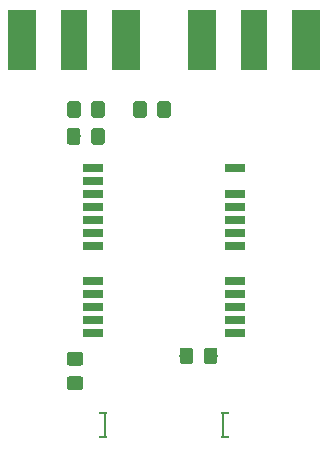
<source format=gtp>
G04 #@! TF.GenerationSoftware,KiCad,Pcbnew,(5.1.4-0-10_14)*
G04 #@! TF.CreationDate,2020-02-10T15:43:12-05:00*
G04 #@! TF.ProjectId,neo8_adapter,6e656f38-5f61-4646-9170-7465722e6b69,rev?*
G04 #@! TF.SameCoordinates,Original*
G04 #@! TF.FileFunction,Paste,Top*
G04 #@! TF.FilePolarity,Positive*
%FSLAX46Y46*%
G04 Gerber Fmt 4.6, Leading zero omitted, Abs format (unit mm)*
G04 Created by KiCad (PCBNEW (5.1.4-0-10_14)) date 2020-02-10 15:43:12*
%MOMM*%
%LPD*%
G04 APERTURE LIST*
%ADD10R,1.800000X0.800000*%
%ADD11C,0.100000*%
%ADD12C,1.150000*%
%ADD13R,2.413000X5.080000*%
%ADD14R,2.286000X5.080000*%
%ADD15R,0.650000X0.260000*%
%ADD16R,0.250000X2.300000*%
G04 APERTURE END LIST*
D10*
X166020000Y-97140000D03*
X166020000Y-99340000D03*
X166020000Y-100440000D03*
X166020000Y-101540000D03*
X166020000Y-102640000D03*
X166020000Y-103740000D03*
X166020000Y-106740000D03*
X166020000Y-107840000D03*
X166020000Y-108940000D03*
X166020000Y-110040000D03*
X166020000Y-111140000D03*
X154020000Y-111140000D03*
X154020000Y-110040000D03*
X154020000Y-108940000D03*
X154020000Y-107840000D03*
X154020000Y-106740000D03*
X154020000Y-103740000D03*
X154020000Y-102640000D03*
X154020000Y-101540000D03*
X154020000Y-100440000D03*
X154020000Y-99340000D03*
X154020000Y-98240000D03*
X154020000Y-97140000D03*
D11*
G36*
X160387505Y-91503204D02*
G01*
X160411773Y-91506804D01*
X160435572Y-91512765D01*
X160458671Y-91521030D01*
X160480850Y-91531520D01*
X160501893Y-91544132D01*
X160521599Y-91558747D01*
X160539777Y-91575223D01*
X160556253Y-91593401D01*
X160570868Y-91613107D01*
X160583480Y-91634150D01*
X160593970Y-91656329D01*
X160602235Y-91679428D01*
X160608196Y-91703227D01*
X160611796Y-91727495D01*
X160613000Y-91751999D01*
X160613000Y-92652001D01*
X160611796Y-92676505D01*
X160608196Y-92700773D01*
X160602235Y-92724572D01*
X160593970Y-92747671D01*
X160583480Y-92769850D01*
X160570868Y-92790893D01*
X160556253Y-92810599D01*
X160539777Y-92828777D01*
X160521599Y-92845253D01*
X160501893Y-92859868D01*
X160480850Y-92872480D01*
X160458671Y-92882970D01*
X160435572Y-92891235D01*
X160411773Y-92897196D01*
X160387505Y-92900796D01*
X160363001Y-92902000D01*
X159712999Y-92902000D01*
X159688495Y-92900796D01*
X159664227Y-92897196D01*
X159640428Y-92891235D01*
X159617329Y-92882970D01*
X159595150Y-92872480D01*
X159574107Y-92859868D01*
X159554401Y-92845253D01*
X159536223Y-92828777D01*
X159519747Y-92810599D01*
X159505132Y-92790893D01*
X159492520Y-92769850D01*
X159482030Y-92747671D01*
X159473765Y-92724572D01*
X159467804Y-92700773D01*
X159464204Y-92676505D01*
X159463000Y-92652001D01*
X159463000Y-91751999D01*
X159464204Y-91727495D01*
X159467804Y-91703227D01*
X159473765Y-91679428D01*
X159482030Y-91656329D01*
X159492520Y-91634150D01*
X159505132Y-91613107D01*
X159519747Y-91593401D01*
X159536223Y-91575223D01*
X159554401Y-91558747D01*
X159574107Y-91544132D01*
X159595150Y-91531520D01*
X159617329Y-91521030D01*
X159640428Y-91512765D01*
X159664227Y-91506804D01*
X159688495Y-91503204D01*
X159712999Y-91502000D01*
X160363001Y-91502000D01*
X160387505Y-91503204D01*
X160387505Y-91503204D01*
G37*
D12*
X160038000Y-92202000D03*
D11*
G36*
X158337505Y-91503204D02*
G01*
X158361773Y-91506804D01*
X158385572Y-91512765D01*
X158408671Y-91521030D01*
X158430850Y-91531520D01*
X158451893Y-91544132D01*
X158471599Y-91558747D01*
X158489777Y-91575223D01*
X158506253Y-91593401D01*
X158520868Y-91613107D01*
X158533480Y-91634150D01*
X158543970Y-91656329D01*
X158552235Y-91679428D01*
X158558196Y-91703227D01*
X158561796Y-91727495D01*
X158563000Y-91751999D01*
X158563000Y-92652001D01*
X158561796Y-92676505D01*
X158558196Y-92700773D01*
X158552235Y-92724572D01*
X158543970Y-92747671D01*
X158533480Y-92769850D01*
X158520868Y-92790893D01*
X158506253Y-92810599D01*
X158489777Y-92828777D01*
X158471599Y-92845253D01*
X158451893Y-92859868D01*
X158430850Y-92872480D01*
X158408671Y-92882970D01*
X158385572Y-92891235D01*
X158361773Y-92897196D01*
X158337505Y-92900796D01*
X158313001Y-92902000D01*
X157662999Y-92902000D01*
X157638495Y-92900796D01*
X157614227Y-92897196D01*
X157590428Y-92891235D01*
X157567329Y-92882970D01*
X157545150Y-92872480D01*
X157524107Y-92859868D01*
X157504401Y-92845253D01*
X157486223Y-92828777D01*
X157469747Y-92810599D01*
X157455132Y-92790893D01*
X157442520Y-92769850D01*
X157432030Y-92747671D01*
X157423765Y-92724572D01*
X157417804Y-92700773D01*
X157414204Y-92676505D01*
X157413000Y-92652001D01*
X157413000Y-91751999D01*
X157414204Y-91727495D01*
X157417804Y-91703227D01*
X157423765Y-91679428D01*
X157432030Y-91656329D01*
X157442520Y-91634150D01*
X157455132Y-91613107D01*
X157469747Y-91593401D01*
X157486223Y-91575223D01*
X157504401Y-91558747D01*
X157524107Y-91544132D01*
X157545150Y-91531520D01*
X157567329Y-91521030D01*
X157590428Y-91512765D01*
X157614227Y-91506804D01*
X157638495Y-91503204D01*
X157662999Y-91502000D01*
X158313001Y-91502000D01*
X158337505Y-91503204D01*
X158337505Y-91503204D01*
G37*
D12*
X157988000Y-92202000D03*
D11*
G36*
X162281905Y-112369304D02*
G01*
X162306173Y-112372904D01*
X162329972Y-112378865D01*
X162353071Y-112387130D01*
X162375250Y-112397620D01*
X162396293Y-112410232D01*
X162415999Y-112424847D01*
X162434177Y-112441323D01*
X162450653Y-112459501D01*
X162465268Y-112479207D01*
X162477880Y-112500250D01*
X162488370Y-112522429D01*
X162496635Y-112545528D01*
X162502596Y-112569327D01*
X162506196Y-112593595D01*
X162507400Y-112618099D01*
X162507400Y-113518101D01*
X162506196Y-113542605D01*
X162502596Y-113566873D01*
X162496635Y-113590672D01*
X162488370Y-113613771D01*
X162477880Y-113635950D01*
X162465268Y-113656993D01*
X162450653Y-113676699D01*
X162434177Y-113694877D01*
X162415999Y-113711353D01*
X162396293Y-113725968D01*
X162375250Y-113738580D01*
X162353071Y-113749070D01*
X162329972Y-113757335D01*
X162306173Y-113763296D01*
X162281905Y-113766896D01*
X162257401Y-113768100D01*
X161607399Y-113768100D01*
X161582895Y-113766896D01*
X161558627Y-113763296D01*
X161534828Y-113757335D01*
X161511729Y-113749070D01*
X161489550Y-113738580D01*
X161468507Y-113725968D01*
X161448801Y-113711353D01*
X161430623Y-113694877D01*
X161414147Y-113676699D01*
X161399532Y-113656993D01*
X161386920Y-113635950D01*
X161376430Y-113613771D01*
X161368165Y-113590672D01*
X161362204Y-113566873D01*
X161358604Y-113542605D01*
X161357400Y-113518101D01*
X161357400Y-112618099D01*
X161358604Y-112593595D01*
X161362204Y-112569327D01*
X161368165Y-112545528D01*
X161376430Y-112522429D01*
X161386920Y-112500250D01*
X161399532Y-112479207D01*
X161414147Y-112459501D01*
X161430623Y-112441323D01*
X161448801Y-112424847D01*
X161468507Y-112410232D01*
X161489550Y-112397620D01*
X161511729Y-112387130D01*
X161534828Y-112378865D01*
X161558627Y-112372904D01*
X161582895Y-112369304D01*
X161607399Y-112368100D01*
X162257401Y-112368100D01*
X162281905Y-112369304D01*
X162281905Y-112369304D01*
G37*
D12*
X161932400Y-113068100D03*
D11*
G36*
X164331905Y-112369304D02*
G01*
X164356173Y-112372904D01*
X164379972Y-112378865D01*
X164403071Y-112387130D01*
X164425250Y-112397620D01*
X164446293Y-112410232D01*
X164465999Y-112424847D01*
X164484177Y-112441323D01*
X164500653Y-112459501D01*
X164515268Y-112479207D01*
X164527880Y-112500250D01*
X164538370Y-112522429D01*
X164546635Y-112545528D01*
X164552596Y-112569327D01*
X164556196Y-112593595D01*
X164557400Y-112618099D01*
X164557400Y-113518101D01*
X164556196Y-113542605D01*
X164552596Y-113566873D01*
X164546635Y-113590672D01*
X164538370Y-113613771D01*
X164527880Y-113635950D01*
X164515268Y-113656993D01*
X164500653Y-113676699D01*
X164484177Y-113694877D01*
X164465999Y-113711353D01*
X164446293Y-113725968D01*
X164425250Y-113738580D01*
X164403071Y-113749070D01*
X164379972Y-113757335D01*
X164356173Y-113763296D01*
X164331905Y-113766896D01*
X164307401Y-113768100D01*
X163657399Y-113768100D01*
X163632895Y-113766896D01*
X163608627Y-113763296D01*
X163584828Y-113757335D01*
X163561729Y-113749070D01*
X163539550Y-113738580D01*
X163518507Y-113725968D01*
X163498801Y-113711353D01*
X163480623Y-113694877D01*
X163464147Y-113676699D01*
X163449532Y-113656993D01*
X163436920Y-113635950D01*
X163426430Y-113613771D01*
X163418165Y-113590672D01*
X163412204Y-113566873D01*
X163408604Y-113542605D01*
X163407400Y-113518101D01*
X163407400Y-112618099D01*
X163408604Y-112593595D01*
X163412204Y-112569327D01*
X163418165Y-112545528D01*
X163426430Y-112522429D01*
X163436920Y-112500250D01*
X163449532Y-112479207D01*
X163464147Y-112459501D01*
X163480623Y-112441323D01*
X163498801Y-112424847D01*
X163518507Y-112410232D01*
X163539550Y-112397620D01*
X163561729Y-112387130D01*
X163584828Y-112378865D01*
X163608627Y-112372904D01*
X163632895Y-112369304D01*
X163657399Y-112368100D01*
X164307401Y-112368100D01*
X164331905Y-112369304D01*
X164331905Y-112369304D01*
G37*
D12*
X163982400Y-113068100D03*
D11*
G36*
X152976105Y-114793004D02*
G01*
X153000373Y-114796604D01*
X153024172Y-114802565D01*
X153047271Y-114810830D01*
X153069450Y-114821320D01*
X153090493Y-114833932D01*
X153110199Y-114848547D01*
X153128377Y-114865023D01*
X153144853Y-114883201D01*
X153159468Y-114902907D01*
X153172080Y-114923950D01*
X153182570Y-114946129D01*
X153190835Y-114969228D01*
X153196796Y-114993027D01*
X153200396Y-115017295D01*
X153201600Y-115041799D01*
X153201600Y-115691801D01*
X153200396Y-115716305D01*
X153196796Y-115740573D01*
X153190835Y-115764372D01*
X153182570Y-115787471D01*
X153172080Y-115809650D01*
X153159468Y-115830693D01*
X153144853Y-115850399D01*
X153128377Y-115868577D01*
X153110199Y-115885053D01*
X153090493Y-115899668D01*
X153069450Y-115912280D01*
X153047271Y-115922770D01*
X153024172Y-115931035D01*
X153000373Y-115936996D01*
X152976105Y-115940596D01*
X152951601Y-115941800D01*
X152051599Y-115941800D01*
X152027095Y-115940596D01*
X152002827Y-115936996D01*
X151979028Y-115931035D01*
X151955929Y-115922770D01*
X151933750Y-115912280D01*
X151912707Y-115899668D01*
X151893001Y-115885053D01*
X151874823Y-115868577D01*
X151858347Y-115850399D01*
X151843732Y-115830693D01*
X151831120Y-115809650D01*
X151820630Y-115787471D01*
X151812365Y-115764372D01*
X151806404Y-115740573D01*
X151802804Y-115716305D01*
X151801600Y-115691801D01*
X151801600Y-115041799D01*
X151802804Y-115017295D01*
X151806404Y-114993027D01*
X151812365Y-114969228D01*
X151820630Y-114946129D01*
X151831120Y-114923950D01*
X151843732Y-114902907D01*
X151858347Y-114883201D01*
X151874823Y-114865023D01*
X151893001Y-114848547D01*
X151912707Y-114833932D01*
X151933750Y-114821320D01*
X151955929Y-114810830D01*
X151979028Y-114802565D01*
X152002827Y-114796604D01*
X152027095Y-114793004D01*
X152051599Y-114791800D01*
X152951601Y-114791800D01*
X152976105Y-114793004D01*
X152976105Y-114793004D01*
G37*
D12*
X152501600Y-115366800D03*
D11*
G36*
X152976105Y-112743004D02*
G01*
X153000373Y-112746604D01*
X153024172Y-112752565D01*
X153047271Y-112760830D01*
X153069450Y-112771320D01*
X153090493Y-112783932D01*
X153110199Y-112798547D01*
X153128377Y-112815023D01*
X153144853Y-112833201D01*
X153159468Y-112852907D01*
X153172080Y-112873950D01*
X153182570Y-112896129D01*
X153190835Y-112919228D01*
X153196796Y-112943027D01*
X153200396Y-112967295D01*
X153201600Y-112991799D01*
X153201600Y-113641801D01*
X153200396Y-113666305D01*
X153196796Y-113690573D01*
X153190835Y-113714372D01*
X153182570Y-113737471D01*
X153172080Y-113759650D01*
X153159468Y-113780693D01*
X153144853Y-113800399D01*
X153128377Y-113818577D01*
X153110199Y-113835053D01*
X153090493Y-113849668D01*
X153069450Y-113862280D01*
X153047271Y-113872770D01*
X153024172Y-113881035D01*
X153000373Y-113886996D01*
X152976105Y-113890596D01*
X152951601Y-113891800D01*
X152051599Y-113891800D01*
X152027095Y-113890596D01*
X152002827Y-113886996D01*
X151979028Y-113881035D01*
X151955929Y-113872770D01*
X151933750Y-113862280D01*
X151912707Y-113849668D01*
X151893001Y-113835053D01*
X151874823Y-113818577D01*
X151858347Y-113800399D01*
X151843732Y-113780693D01*
X151831120Y-113759650D01*
X151820630Y-113737471D01*
X151812365Y-113714372D01*
X151806404Y-113690573D01*
X151802804Y-113666305D01*
X151801600Y-113641801D01*
X151801600Y-112991799D01*
X151802804Y-112967295D01*
X151806404Y-112943027D01*
X151812365Y-112919228D01*
X151820630Y-112896129D01*
X151831120Y-112873950D01*
X151843732Y-112852907D01*
X151858347Y-112833201D01*
X151874823Y-112815023D01*
X151893001Y-112798547D01*
X151912707Y-112783932D01*
X151933750Y-112771320D01*
X151955929Y-112760830D01*
X151979028Y-112752565D01*
X152002827Y-112746604D01*
X152027095Y-112743004D01*
X152051599Y-112741800D01*
X152951601Y-112741800D01*
X152976105Y-112743004D01*
X152976105Y-112743004D01*
G37*
D12*
X152501600Y-113316800D03*
D11*
G36*
X152749505Y-91503204D02*
G01*
X152773773Y-91506804D01*
X152797572Y-91512765D01*
X152820671Y-91521030D01*
X152842850Y-91531520D01*
X152863893Y-91544132D01*
X152883599Y-91558747D01*
X152901777Y-91575223D01*
X152918253Y-91593401D01*
X152932868Y-91613107D01*
X152945480Y-91634150D01*
X152955970Y-91656329D01*
X152964235Y-91679428D01*
X152970196Y-91703227D01*
X152973796Y-91727495D01*
X152975000Y-91751999D01*
X152975000Y-92652001D01*
X152973796Y-92676505D01*
X152970196Y-92700773D01*
X152964235Y-92724572D01*
X152955970Y-92747671D01*
X152945480Y-92769850D01*
X152932868Y-92790893D01*
X152918253Y-92810599D01*
X152901777Y-92828777D01*
X152883599Y-92845253D01*
X152863893Y-92859868D01*
X152842850Y-92872480D01*
X152820671Y-92882970D01*
X152797572Y-92891235D01*
X152773773Y-92897196D01*
X152749505Y-92900796D01*
X152725001Y-92902000D01*
X152074999Y-92902000D01*
X152050495Y-92900796D01*
X152026227Y-92897196D01*
X152002428Y-92891235D01*
X151979329Y-92882970D01*
X151957150Y-92872480D01*
X151936107Y-92859868D01*
X151916401Y-92845253D01*
X151898223Y-92828777D01*
X151881747Y-92810599D01*
X151867132Y-92790893D01*
X151854520Y-92769850D01*
X151844030Y-92747671D01*
X151835765Y-92724572D01*
X151829804Y-92700773D01*
X151826204Y-92676505D01*
X151825000Y-92652001D01*
X151825000Y-91751999D01*
X151826204Y-91727495D01*
X151829804Y-91703227D01*
X151835765Y-91679428D01*
X151844030Y-91656329D01*
X151854520Y-91634150D01*
X151867132Y-91613107D01*
X151881747Y-91593401D01*
X151898223Y-91575223D01*
X151916401Y-91558747D01*
X151936107Y-91544132D01*
X151957150Y-91531520D01*
X151979329Y-91521030D01*
X152002428Y-91512765D01*
X152026227Y-91506804D01*
X152050495Y-91503204D01*
X152074999Y-91502000D01*
X152725001Y-91502000D01*
X152749505Y-91503204D01*
X152749505Y-91503204D01*
G37*
D12*
X152400000Y-92202000D03*
D11*
G36*
X154799505Y-91503204D02*
G01*
X154823773Y-91506804D01*
X154847572Y-91512765D01*
X154870671Y-91521030D01*
X154892850Y-91531520D01*
X154913893Y-91544132D01*
X154933599Y-91558747D01*
X154951777Y-91575223D01*
X154968253Y-91593401D01*
X154982868Y-91613107D01*
X154995480Y-91634150D01*
X155005970Y-91656329D01*
X155014235Y-91679428D01*
X155020196Y-91703227D01*
X155023796Y-91727495D01*
X155025000Y-91751999D01*
X155025000Y-92652001D01*
X155023796Y-92676505D01*
X155020196Y-92700773D01*
X155014235Y-92724572D01*
X155005970Y-92747671D01*
X154995480Y-92769850D01*
X154982868Y-92790893D01*
X154968253Y-92810599D01*
X154951777Y-92828777D01*
X154933599Y-92845253D01*
X154913893Y-92859868D01*
X154892850Y-92872480D01*
X154870671Y-92882970D01*
X154847572Y-92891235D01*
X154823773Y-92897196D01*
X154799505Y-92900796D01*
X154775001Y-92902000D01*
X154124999Y-92902000D01*
X154100495Y-92900796D01*
X154076227Y-92897196D01*
X154052428Y-92891235D01*
X154029329Y-92882970D01*
X154007150Y-92872480D01*
X153986107Y-92859868D01*
X153966401Y-92845253D01*
X153948223Y-92828777D01*
X153931747Y-92810599D01*
X153917132Y-92790893D01*
X153904520Y-92769850D01*
X153894030Y-92747671D01*
X153885765Y-92724572D01*
X153879804Y-92700773D01*
X153876204Y-92676505D01*
X153875000Y-92652001D01*
X153875000Y-91751999D01*
X153876204Y-91727495D01*
X153879804Y-91703227D01*
X153885765Y-91679428D01*
X153894030Y-91656329D01*
X153904520Y-91634150D01*
X153917132Y-91613107D01*
X153931747Y-91593401D01*
X153948223Y-91575223D01*
X153966401Y-91558747D01*
X153986107Y-91544132D01*
X154007150Y-91531520D01*
X154029329Y-91521030D01*
X154052428Y-91512765D01*
X154076227Y-91506804D01*
X154100495Y-91503204D01*
X154124999Y-91502000D01*
X154775001Y-91502000D01*
X154799505Y-91503204D01*
X154799505Y-91503204D01*
G37*
D12*
X154450000Y-92202000D03*
D13*
X172021500Y-86360000D03*
D14*
X167640000Y-86360000D03*
D13*
X163258500Y-86360000D03*
X156781500Y-86360000D03*
D14*
X152400000Y-86360000D03*
D13*
X148018500Y-86360000D03*
D15*
X154850000Y-117880000D03*
X154850000Y-119920000D03*
D16*
X155050000Y-118900000D03*
D15*
X165240000Y-119920000D03*
X165240000Y-117880000D03*
D16*
X164990000Y-118900000D03*
D11*
G36*
X152731505Y-93789204D02*
G01*
X152755773Y-93792804D01*
X152779572Y-93798765D01*
X152802671Y-93807030D01*
X152824850Y-93817520D01*
X152845893Y-93830132D01*
X152865599Y-93844747D01*
X152883777Y-93861223D01*
X152900253Y-93879401D01*
X152914868Y-93899107D01*
X152927480Y-93920150D01*
X152937970Y-93942329D01*
X152946235Y-93965428D01*
X152952196Y-93989227D01*
X152955796Y-94013495D01*
X152957000Y-94037999D01*
X152957000Y-94938001D01*
X152955796Y-94962505D01*
X152952196Y-94986773D01*
X152946235Y-95010572D01*
X152937970Y-95033671D01*
X152927480Y-95055850D01*
X152914868Y-95076893D01*
X152900253Y-95096599D01*
X152883777Y-95114777D01*
X152865599Y-95131253D01*
X152845893Y-95145868D01*
X152824850Y-95158480D01*
X152802671Y-95168970D01*
X152779572Y-95177235D01*
X152755773Y-95183196D01*
X152731505Y-95186796D01*
X152707001Y-95188000D01*
X152056999Y-95188000D01*
X152032495Y-95186796D01*
X152008227Y-95183196D01*
X151984428Y-95177235D01*
X151961329Y-95168970D01*
X151939150Y-95158480D01*
X151918107Y-95145868D01*
X151898401Y-95131253D01*
X151880223Y-95114777D01*
X151863747Y-95096599D01*
X151849132Y-95076893D01*
X151836520Y-95055850D01*
X151826030Y-95033671D01*
X151817765Y-95010572D01*
X151811804Y-94986773D01*
X151808204Y-94962505D01*
X151807000Y-94938001D01*
X151807000Y-94037999D01*
X151808204Y-94013495D01*
X151811804Y-93989227D01*
X151817765Y-93965428D01*
X151826030Y-93942329D01*
X151836520Y-93920150D01*
X151849132Y-93899107D01*
X151863747Y-93879401D01*
X151880223Y-93861223D01*
X151898401Y-93844747D01*
X151918107Y-93830132D01*
X151939150Y-93817520D01*
X151961329Y-93807030D01*
X151984428Y-93798765D01*
X152008227Y-93792804D01*
X152032495Y-93789204D01*
X152056999Y-93788000D01*
X152707001Y-93788000D01*
X152731505Y-93789204D01*
X152731505Y-93789204D01*
G37*
D12*
X152382000Y-94488000D03*
D11*
G36*
X154781505Y-93789204D02*
G01*
X154805773Y-93792804D01*
X154829572Y-93798765D01*
X154852671Y-93807030D01*
X154874850Y-93817520D01*
X154895893Y-93830132D01*
X154915599Y-93844747D01*
X154933777Y-93861223D01*
X154950253Y-93879401D01*
X154964868Y-93899107D01*
X154977480Y-93920150D01*
X154987970Y-93942329D01*
X154996235Y-93965428D01*
X155002196Y-93989227D01*
X155005796Y-94013495D01*
X155007000Y-94037999D01*
X155007000Y-94938001D01*
X155005796Y-94962505D01*
X155002196Y-94986773D01*
X154996235Y-95010572D01*
X154987970Y-95033671D01*
X154977480Y-95055850D01*
X154964868Y-95076893D01*
X154950253Y-95096599D01*
X154933777Y-95114777D01*
X154915599Y-95131253D01*
X154895893Y-95145868D01*
X154874850Y-95158480D01*
X154852671Y-95168970D01*
X154829572Y-95177235D01*
X154805773Y-95183196D01*
X154781505Y-95186796D01*
X154757001Y-95188000D01*
X154106999Y-95188000D01*
X154082495Y-95186796D01*
X154058227Y-95183196D01*
X154034428Y-95177235D01*
X154011329Y-95168970D01*
X153989150Y-95158480D01*
X153968107Y-95145868D01*
X153948401Y-95131253D01*
X153930223Y-95114777D01*
X153913747Y-95096599D01*
X153899132Y-95076893D01*
X153886520Y-95055850D01*
X153876030Y-95033671D01*
X153867765Y-95010572D01*
X153861804Y-94986773D01*
X153858204Y-94962505D01*
X153857000Y-94938001D01*
X153857000Y-94037999D01*
X153858204Y-94013495D01*
X153861804Y-93989227D01*
X153867765Y-93965428D01*
X153876030Y-93942329D01*
X153886520Y-93920150D01*
X153899132Y-93899107D01*
X153913747Y-93879401D01*
X153930223Y-93861223D01*
X153948401Y-93844747D01*
X153968107Y-93830132D01*
X153989150Y-93817520D01*
X154011329Y-93807030D01*
X154034428Y-93798765D01*
X154058227Y-93792804D01*
X154082495Y-93789204D01*
X154106999Y-93788000D01*
X154757001Y-93788000D01*
X154781505Y-93789204D01*
X154781505Y-93789204D01*
G37*
D12*
X154432000Y-94488000D03*
M02*

</source>
